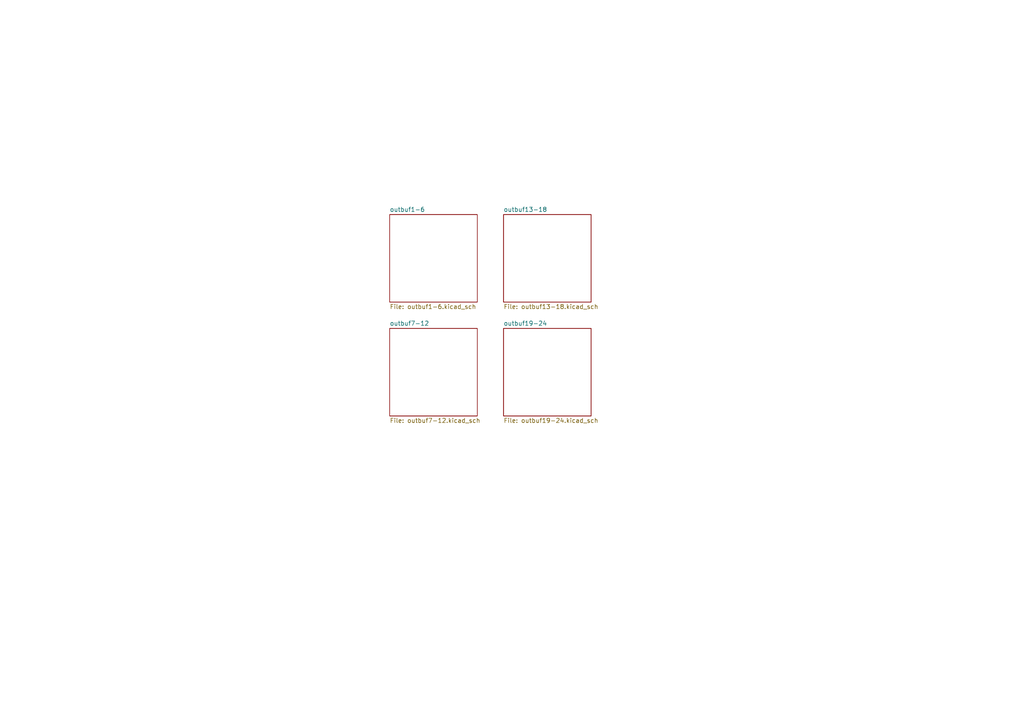
<source format=kicad_sch>
(kicad_sch
	(version 20250114)
	(generator "eeschema")
	(generator_version "9.0")
	(uuid "4ca9eac2-36cb-496d-91c4-3a62623a5221")
	(paper "A4")
	(lib_symbols)
	(sheet
		(at 113.03 95.25)
		(size 25.4 25.4)
		(exclude_from_sim no)
		(in_bom yes)
		(on_board yes)
		(dnp no)
		(fields_autoplaced yes)
		(stroke
			(width 0.1524)
			(type solid)
		)
		(fill
			(color 0 0 0 0.0000)
		)
		(uuid "23026f6d-a4d9-4578-b674-414231138a12")
		(property "Sheetname" "outbuf7-12"
			(at 113.03 94.5384 0)
			(effects
				(font
					(size 1.27 1.27)
				)
				(justify left bottom)
			)
		)
		(property "Sheetfile" "outbuf7-12.kicad_sch"
			(at 113.03 121.2346 0)
			(effects
				(font
					(size 1.27 1.27)
				)
				(justify left top)
			)
		)
		(instances
			(project "dacboard"
				(path "/35cb74e4-0f64-454b-9b50-bfac13ed28a5/bd8434a7-c0ce-4f3b-9044-1b0b4487f900"
					(page "11")
				)
			)
		)
	)
	(sheet
		(at 146.05 62.23)
		(size 25.4 25.4)
		(exclude_from_sim no)
		(in_bom yes)
		(on_board yes)
		(dnp no)
		(fields_autoplaced yes)
		(stroke
			(width 0.1524)
			(type solid)
		)
		(fill
			(color 0 0 0 0.0000)
		)
		(uuid "34bd2322-6c9b-4950-b43d-ec8ad32a2d5b")
		(property "Sheetname" "outbuf13-18"
			(at 146.05 61.5184 0)
			(effects
				(font
					(size 1.27 1.27)
				)
				(justify left bottom)
			)
		)
		(property "Sheetfile" "outbuf13-18.kicad_sch"
			(at 146.05 88.2146 0)
			(effects
				(font
					(size 1.27 1.27)
				)
				(justify left top)
			)
		)
		(instances
			(project "dacboard"
				(path "/35cb74e4-0f64-454b-9b50-bfac13ed28a5/bd8434a7-c0ce-4f3b-9044-1b0b4487f900"
					(page "12")
				)
			)
		)
	)
	(sheet
		(at 113.03 62.23)
		(size 25.4 25.4)
		(exclude_from_sim no)
		(in_bom yes)
		(on_board yes)
		(dnp no)
		(fields_autoplaced yes)
		(stroke
			(width 0.1524)
			(type solid)
		)
		(fill
			(color 0 0 0 0.0000)
		)
		(uuid "7fdc7a72-13ac-461c-a048-d30636367dbf")
		(property "Sheetname" "outbuf1-6"
			(at 113.03 61.5184 0)
			(effects
				(font
					(size 1.27 1.27)
				)
				(justify left bottom)
			)
		)
		(property "Sheetfile" "outbuf1-6.kicad_sch"
			(at 113.03 88.2146 0)
			(effects
				(font
					(size 1.27 1.27)
				)
				(justify left top)
			)
		)
		(instances
			(project "dacboard"
				(path "/35cb74e4-0f64-454b-9b50-bfac13ed28a5/bd8434a7-c0ce-4f3b-9044-1b0b4487f900"
					(page "10")
				)
			)
		)
	)
	(sheet
		(at 146.05 95.25)
		(size 25.4 25.4)
		(exclude_from_sim no)
		(in_bom yes)
		(on_board yes)
		(dnp no)
		(fields_autoplaced yes)
		(stroke
			(width 0.1524)
			(type solid)
		)
		(fill
			(color 0 0 0 0.0000)
		)
		(uuid "ef1a0c00-4e50-4fcb-b9bf-b189f38121ce")
		(property "Sheetname" "outbuf19-24"
			(at 146.05 94.5384 0)
			(effects
				(font
					(size 1.27 1.27)
				)
				(justify left bottom)
			)
		)
		(property "Sheetfile" "outbuf19-24.kicad_sch"
			(at 146.05 121.2346 0)
			(effects
				(font
					(size 1.27 1.27)
				)
				(justify left top)
			)
		)
		(instances
			(project "dacboard"
				(path "/35cb74e4-0f64-454b-9b50-bfac13ed28a5/bd8434a7-c0ce-4f3b-9044-1b0b4487f900"
					(page "13")
				)
			)
		)
	)
)

</source>
